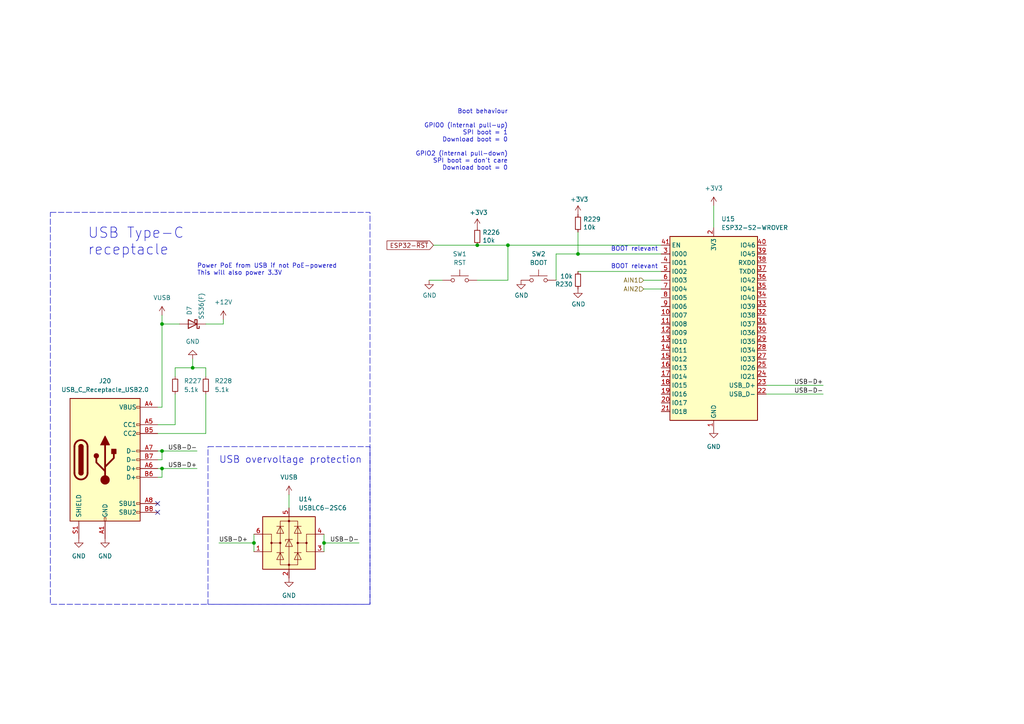
<source format=kicad_sch>
(kicad_sch (version 20230121) (generator eeschema)
  (paper "A4")
  (lib_symbols
    (symbol "AllConnectBaseboard:VUSB" (power) (pin_names (offset 0))
      (property "Value" "VUSB" (at 0 2.54 0))
      (symbol "VUSB_0_0"
        (pin power_in line (at 0 0 90) (length 0) hide (name "VUSB") (number "1"))
      )
      (symbol "VUSB_0_1"
        (polyline (pts (xy -0.762 1.27) (xy 0 2.54)))
        (polyline (pts (xy 0 0) (xy 0 2.54)))
        (polyline (pts (xy 0 2.54) (xy 0.762 1.27)))
      )
    )
    (symbol "Connector:USB_C_Receptacle_USB2.0" (pin_names (offset 1.016))
      (property "Reference" "J" (at -10.16 19.05 0))
      (property "Value" "USB_C_Receptacle_USB2.0" (at 19.05 19.05 0))
      (symbol "USB_C_Receptacle_USB2.0_0_0"
        (rectangle (start -0.254 -17.78) (end 0.254 -16.764))
        (rectangle (start 10.16 -14.986) (end 9.144 -15.494))
        (rectangle (start 10.16 -12.446) (end 9.144 -12.954))
        (rectangle (start 10.16 -4.826) (end 9.144 -5.334))
        (rectangle (start 10.16 -2.286) (end 9.144 -2.794))
        (rectangle (start 10.16 0.254) (end 9.144 -0.254))
        (rectangle (start 10.16 2.794) (end 9.144 2.286))
        (rectangle (start 10.16 7.874) (end 9.144 7.366))
        (rectangle (start 10.16 10.414) (end 9.144 9.906))
        (rectangle (start 10.16 15.494) (end 9.144 14.986))
      )
      (symbol "USB_C_Receptacle_USB2.0_0_1"
        (rectangle (start -10.16 17.78) (end 10.16 -17.78) (stroke (width 0.254)) (fill (type background)))
        (arc (start -8.89 -3.81) (mid -6.985 -5.7067) (end -5.08 -3.81) (stroke (width 0.508)))
        (arc (start -7.62 -3.81) (mid -6.985 -4.4423) (end -6.35 -3.81) (stroke (width 0.254)))
        (arc (start -7.62 -3.81) (mid -6.985 -4.4423) (end -6.35 -3.81) (stroke (width 0.254)) (fill (type outline)))
        (rectangle (start -7.62 -3.81) (end -6.35 3.81) (stroke (width 0.254)) (fill (type outline)))
        (arc (start -6.35 3.81) (mid -6.985 4.4423) (end -7.62 3.81) (stroke (width 0.254)))
        (arc (start -6.35 3.81) (mid -6.985 4.4423) (end -7.62 3.81) (stroke (width 0.254)) (fill (type outline)))
        (arc (start -5.08 3.81) (mid -6.985 5.7067) (end -8.89 3.81) (stroke (width 0.508)))
        (circle (center -2.54 1.143) (radius 0.635) (stroke (width 0.254)) (fill (type outline)))
        (circle (center 0 -5.842) (radius 1.27) (fill (type outline)))
        (polyline (pts (xy -8.89 -3.81) (xy -8.89 3.81)) (stroke (width 0.508)))
        (polyline (pts (xy -5.08 3.81) (xy -5.08 -3.81)) (stroke (width 0.508)))
        (polyline (pts (xy 0 -5.842) (xy 0 4.318)) (stroke (width 0.508)))
        (polyline (pts (xy 0 -3.302) (xy -2.54 -0.762) (xy -2.54 0.508)) (stroke (width 0.508)))
        (polyline (pts (xy 0 -2.032) (xy 2.54 0.508) (xy 2.54 1.778)) (stroke (width 0.508)))
        (polyline (pts (xy -1.27 4.318) (xy 0 6.858) (xy 1.27 4.318) (xy -1.27 4.318)) (stroke (width 0.254)) (fill (type outline)))
        (rectangle (start 1.905 1.778) (end 3.175 3.048) (stroke (width 0.254)) (fill (type outline)))
      )
      (symbol "USB_C_Receptacle_USB2.0_1_1"
        (pin passive line (at 0 -22.86 90) (length 5.08) (name "GND") (number "A1"))
        (pin passive line (at 0 -22.86 90) (length 5.08) hide (name "GND") (number "A12"))
        (pin passive line (at 15.24 15.24 180) (length 5.08) (name "VBUS") (number "A4"))
        (pin bidirectional line (at 15.24 10.16 180) (length 5.08) (name "CC1") (number "A5"))
        (pin bidirectional line (at 15.24 -2.54 180) (length 5.08) (name "D+") (number "A6"))
        (pin bidirectional line (at 15.24 2.54 180) (length 5.08) (name "D-") (number "A7"))
        (pin bidirectional line (at 15.24 -12.7 180) (length 5.08) (name "SBU1") (number "A8"))
        (pin passive line (at 15.24 15.24 180) (length 5.08) hide (name "VBUS") (number "A9"))
        (pin passive line (at 0 -22.86 90) (length 5.08) hide (name "GND") (number "B1"))
        (pin passive line (at 0 -22.86 90) (length 5.08) hide (name "GND") (number "B12"))
        (pin passive line (at 15.24 15.24 180) (length 5.08) hide (name "VBUS") (number "B4"))
        (pin bidirectional line (at 15.24 7.62 180) (length 5.08) (name "CC2") (number "B5"))
        (pin bidirectional line (at 15.24 -5.08 180) (length 5.08) (name "D+") (number "B6"))
        (pin bidirectional line (at 15.24 0 180) (length 5.08) (name "D-") (number "B7"))
        (pin bidirectional line (at 15.24 -15.24 180) (length 5.08) (name "SBU2") (number "B8"))
        (pin passive line (at 15.24 15.24 180) (length 5.08) hide (name "VBUS") (number "B9"))
        (pin passive line (at -7.62 -22.86 90) (length 5.08) (name "SHIELD") (number "S1"))
      )
    )
    (symbol "Device:D_Schottky" (pin_numbers hide) (pin_names (offset 1.016) hide)
      (property "Reference" "D" (at 0 2.54 0))
      (property "Value" "D_Schottky" (at 0 -2.54 0))
      (symbol "D_Schottky_0_1"
        (polyline (pts (xy 1.27 0) (xy -1.27 0)))
        (polyline (pts (xy 1.27 1.27) (xy 1.27 -1.27) (xy -1.27 0) (xy 1.27 1.27)) (stroke (width 0.254)))
        (polyline (pts (xy -1.905 0.635) (xy -1.905 1.27) (xy -1.27 1.27) (xy -1.27 -1.27) (xy -0.635 -1.27) (xy -0.635 -0.635)) (stroke (width 0.254)))
      )
      (symbol "D_Schottky_1_1"
        (pin passive line (at -3.81 0 0) (length 2.54) (name "K") (number "1"))
        (pin passive line (at 3.81 0 180) (length 2.54) (name "A") (number "2"))
      )
    )
    (symbol "Device:R_Small" (pin_numbers hide) (pin_names (offset 0.254) hide)
      (property "Reference" "R" (at 0.762 0.508 0))
      (property "Value" "R_Small" (at 0.762 -1.016 0))
      (symbol "R_Small_0_1"
        (rectangle (start -0.762 1.778) (end 0.762 -1.778) (stroke (width 0.2032)))
      )
      (symbol "R_Small_1_1"
        (pin passive line (at 0 2.54 270) (length 0.762) (name "~") (number "1"))
        (pin passive line (at 0 -2.54 90) (length 0.762) (name "~") (number "2"))
      )
    )
    (symbol "Power_Protection:USBLC6-2SC6" (pin_names hide)
      (property "Reference" "U" (at 2.54 8.89 0))
      (property "Value" "USBLC6-2SC6" (at 2.54 -8.89 0))
      (symbol "USBLC6-2SC6_0_1"
        (rectangle (start -7.62 -7.62) (end 7.62 7.62) (stroke (width 0.254)) (fill (type background)))
        (circle (center -5.08 0) (radius 0.254) (fill (type outline)))
        (circle (center -2.54 0) (radius 0.254) (fill (type outline)))
        (rectangle (start -2.54 6.35) (end 2.54 -6.35))
        (circle (center 0 -6.35) (radius 0.254) (fill (type outline)))
        (polyline (pts (xy -5.08 -2.54) (xy -7.62 -2.54)))
        (polyline (pts (xy -5.08 0) (xy -5.08 -2.54)))
        (polyline (pts (xy -5.08 2.54) (xy -7.62 2.54)))
        (polyline (pts (xy -1.524 -2.794) (xy -3.556 -2.794)))
        (polyline (pts (xy -1.524 4.826) (xy -3.556 4.826)))
        (polyline (pts (xy 0 -7.62) (xy 0 -6.35)))
        (polyline (pts (xy 0 -6.35) (xy 0 1.27)))
        (polyline (pts (xy 0 1.27) (xy 0 6.35)))
        (polyline (pts (xy 0 6.35) (xy 0 7.62)))
        (polyline (pts (xy 1.524 -2.794) (xy 3.556 -2.794)))
        (polyline (pts (xy 1.524 4.826) (xy 3.556 4.826)))
        (polyline (pts (xy 5.08 -2.54) (xy 7.62 -2.54)))
        (polyline (pts (xy 5.08 0) (xy 5.08 -2.54)))
        (polyline (pts (xy 5.08 2.54) (xy 7.62 2.54)))
        (polyline (pts (xy -2.54 0) (xy -5.08 0) (xy -5.08 2.54)))
        (polyline (pts (xy 2.54 0) (xy 5.08 0) (xy 5.08 2.54)))
        (polyline (pts (xy -3.556 -4.826) (xy -1.524 -4.826) (xy -2.54 -2.794) (xy -3.556 -4.826)))
        (polyline (pts (xy -3.556 2.794) (xy -1.524 2.794) (xy -2.54 4.826) (xy -3.556 2.794)))
        (polyline (pts (xy -1.016 -1.016) (xy 1.016 -1.016) (xy 0 1.016) (xy -1.016 -1.016)))
        (polyline (pts (xy 1.016 1.016) (xy 0.762 1.016) (xy -1.016 1.016) (xy -1.016 0.508)))
        (polyline (pts (xy 3.556 -4.826) (xy 1.524 -4.826) (xy 2.54 -2.794) (xy 3.556 -4.826)))
        (polyline (pts (xy 3.556 2.794) (xy 1.524 2.794) (xy 2.54 4.826) (xy 3.556 2.794)))
        (circle (center 0 6.35) (radius 0.254) (fill (type outline)))
        (circle (center 2.54 0) (radius 0.254) (fill (type outline)))
        (circle (center 5.08 0) (radius 0.254) (fill (type outline)))
      )
      (symbol "USBLC6-2SC6_1_1"
        (pin passive line (at -10.16 -2.54 0) (length 2.54) (name "I/O1") (number "1"))
        (pin passive line (at 0 -10.16 90) (length 2.54) (name "GND") (number "2"))
        (pin passive line (at 10.16 -2.54 180) (length 2.54) (name "I/O2") (number "3"))
        (pin passive line (at 10.16 2.54 180) (length 2.54) (name "I/O2") (number "4"))
        (pin passive line (at 0 10.16 270) (length 2.54) (name "VBUS") (number "5"))
        (pin passive line (at -10.16 2.54 0) (length 2.54) (name "I/O1") (number "6"))
      )
    )
    (symbol "RF_Module:ESP32-S2-WROVER"
      (property "Reference" "U" (at -12.7 29.21 0))
      (property "Value" "ESP32-S2-WROVER" (at 2.54 29.21 0))
      (symbol "ESP32-S2-WROVER_0_1"
        (rectangle (start -12.7 27.94) (end 12.7 -25.4) (stroke (width 0.254)) (fill (type background)))
      )
      (symbol "ESP32-S2-WROVER_1_1"
        (pin power_in line (at 0 -27.94 90) (length 2.54) (name "GND") (number "1"))
        (pin bidirectional line (at -15.24 5.08 0) (length 2.54) (name "IO07") (number "10"))
        (pin bidirectional line (at -15.24 2.54 0) (length 2.54) (name "IO08") (number "11"))
        (pin bidirectional line (at -15.24 0 0) (length 2.54) (name "IO09") (number "12"))
        (pin bidirectional line (at -15.24 -2.54 0) (length 2.54) (name "IO10") (number "13"))
        (pin bidirectional line (at -15.24 -5.08 0) (length 2.54) (name "IO11") (number "14"))
        (pin bidirectional line (at -15.24 -7.62 0) (length 2.54) (name "IO12") (number "15"))
        (pin bidirectional line (at -15.24 -10.16 0) (length 2.54) (name "IO13") (number "16"))
        (pin bidirectional line (at -15.24 -12.7 0) (length 2.54) (name "IO14") (number "17"))
        (pin bidirectional line (at -15.24 -15.24 0) (length 2.54) (name "IO15") (number "18"))
        (pin bidirectional line (at -15.24 -17.78 0) (length 2.54) (name "IO16") (number "19"))
        (pin power_in line (at 0 30.48 270) (length 2.54) (name "3V3") (number "2"))
        (pin bidirectional line (at -15.24 -20.32 0) (length 2.54) (name "IO17") (number "20"))
        (pin bidirectional line (at -15.24 -22.86 0) (length 2.54) (name "IO18") (number "21"))
        (pin bidirectional line (at 15.24 -17.78 180) (length 2.54) (name "USB_D-") (number "22"))
        (pin bidirectional line (at 15.24 -15.24 180) (length 2.54) (name "USB_D+") (number "23"))
        (pin bidirectional line (at 15.24 -12.7 180) (length 2.54) (name "IO21") (number "24"))
        (pin bidirectional line (at 15.24 -10.16 180) (length 2.54) (name "IO26") (number "25"))
        (pin passive line (at 0 -27.94 90) (length 2.54) hide (name "GND") (number "26"))
        (pin bidirectional line (at 15.24 -7.62 180) (length 2.54) (name "IO33") (number "27"))
        (pin bidirectional line (at 15.24 -5.08 180) (length 2.54) (name "IO34") (number "28"))
        (pin bidirectional line (at 15.24 -2.54 180) (length 2.54) (name "IO35") (number "29"))
        (pin bidirectional line (at -15.24 22.86 0) (length 2.54) (name "IO00") (number "3"))
        (pin bidirectional line (at 15.24 0 180) (length 2.54) (name "IO36") (number "30"))
        (pin bidirectional line (at 15.24 2.54 180) (length 2.54) (name "IO37") (number "31"))
        (pin bidirectional line (at 15.24 5.08 180) (length 2.54) (name "IO38") (number "32"))
        (pin bidirectional line (at 15.24 7.62 180) (length 2.54) (name "IO39") (number "33"))
        (pin bidirectional line (at 15.24 10.16 180) (length 2.54) (name "IO40") (number "34"))
        (pin bidirectional line (at 15.24 12.7 180) (length 2.54) (name "IO41") (number "35"))
        (pin bidirectional line (at 15.24 15.24 180) (length 2.54) (name "IO42") (number "36"))
        (pin bidirectional line (at 15.24 17.78 180) (length 2.54) (name "TXD0") (number "37"))
        (pin bidirectional line (at 15.24 20.32 180) (length 2.54) (name "RXD0") (number "38"))
        (pin bidirectional line (at 15.24 22.86 180) (length 2.54) (name "IO45") (number "39"))
        (pin bidirectional line (at -15.24 20.32 0) (length 2.54) (name "IO01") (number "4"))
        (pin input line (at 15.24 25.4 180) (length 2.54) (name "IO46") (number "40"))
        (pin input line (at -15.24 25.4 0) (length 2.54) (name "EN") (number "41"))
        (pin passive line (at 0 -27.94 90) (length 2.54) hide (name "GND") (number "42"))
        (pin passive line (at 0 -27.94 90) (length 2.54) hide (name "GND") (number "43"))
        (pin bidirectional line (at -15.24 17.78 0) (length 2.54) (name "IO02") (number "5"))
        (pin bidirectional line (at -15.24 15.24 0) (length 2.54) (name "IO03") (number "6"))
        (pin bidirectional line (at -15.24 12.7 0) (length 2.54) (name "IO04") (number "7"))
        (pin bidirectional line (at -15.24 10.16 0) (length 2.54) (name "IO05") (number "8"))
        (pin bidirectional line (at -15.24 7.62 0) (length 2.54) (name "IO06") (number "9"))
      )
    )
    (symbol "Switch:SW_Push" (pin_numbers hide) (pin_names (offset 1.016) hide)
      (property "Reference" "SW" (at 1.27 2.54 0))
      (property "Value" "SW_Push" (at 0 -1.524 0))
      (symbol "SW_Push_0_1"
        (circle (center -2.032 0) (radius 0.508))
        (polyline (pts (xy 0 1.27) (xy 0 3.048)))
        (polyline (pts (xy 2.54 1.27) (xy -2.54 1.27)))
        (circle (center 2.032 0) (radius 0.508))
        (pin passive line (at -5.08 0 0) (length 2.54) (name "1") (number "1"))
        (pin passive line (at 5.08 0 180) (length 2.54) (name "2") (number "2"))
      )
    )
    (symbol "power:+12V" (power) (pin_names (offset 0))
      (property "Value" "+12V" (at 0 3.556 0))
      (symbol "+12V_0_1"
        (polyline (pts (xy -0.762 1.27) (xy 0 2.54)))
        (polyline (pts (xy 0 0) (xy 0 2.54)))
        (polyline (pts (xy 0 2.54) (xy 0.762 1.27)))
      )
      (symbol "+12V_1_1"
        (pin power_in line (at 0 0 90) (length 0) hide (name "+12V") (number "1"))
      )
    )
    (symbol "power:+3V3" (power) (pin_names (offset 0))
      (property "Value" "+3V3" (at 0 3.556 0))
      (symbol "+3V3_0_1"
        (polyline (pts (xy -0.762 1.27) (xy 0 2.54)))
        (polyline (pts (xy 0 0) (xy 0 2.54)))
        (polyline (pts (xy 0 2.54) (xy 0.762 1.27)))
      )
      (symbol "+3V3_1_1"
        (pin power_in line (at 0 0 90) (length 0) hide (name "+3V3") (number "1"))
      )
    )
    (symbol "power:GND" (power) (pin_names (offset 0))
      (property "Value" "GND" (at 0 -3.81 0))
      (symbol "GND_0_1"
        (polyline (pts (xy 0 0) (xy 0 -1.27) (xy 1.27 -1.27) (xy 0 -2.54) (xy -1.27 -1.27) (xy 0 -1.27)))
      )
      (symbol "GND_1_1"
        (pin power_in line (at 0 0 270) (length 0) hide (name "GND") (number "1"))
      )
    )
  )
  (junction (at 55.88 106.68))
  (junction (at 147.32 71.12))
  (junction (at 46.99 93.98))
  (junction (at 46.99 130.81))
  (junction (at 93.98 157.48))
  (junction (at 73.66 157.48))
  (junction (at 46.99 135.89))
  (junction (at 138.43 71.12))
  (junction (at 167.64 73.66))
  (no_connect (at 45.72 146.05))
  (no_connect (at 45.72 148.59))
  (wire (pts (xy 64.77 92.71) (xy 64.77 93.98)))
  (wire (pts (xy 46.99 91.44) (xy 46.99 93.98)))
  (wire (pts (xy 55.88 106.68) (xy 50.8 106.68)))
  (wire (pts (xy 55.88 104.14) (xy 55.88 106.68)))
  (wire (pts (xy 222.25 111.76) (xy 238.76 111.76)))
  (wire (pts (xy 191.77 73.66) (xy 167.64 73.66)))
  (wire (pts (xy 124.46 81.28) (xy 128.27 81.28)))
  (wire (pts (xy 191.77 78.74) (xy 167.64 78.74)))
  (wire (pts (xy 63.5 157.48) (xy 73.66 157.48)))
  (wire (pts (xy 45.72 130.81) (xy 46.99 130.81)))
  (wire (pts (xy 57.15 135.89) (xy 46.99 135.89)))
  (wire (pts (xy 222.25 114.3) (xy 238.76 114.3)))
  (wire (pts (xy 55.88 106.68) (xy 59.69 106.68)))
  (wire (pts (xy 147.32 81.28) (xy 147.32 71.12)))
  (wire (pts (xy 59.69 106.68) (xy 59.69 109.22)))
  (wire (pts (xy 50.8 123.19) (xy 45.72 123.19)))
  (wire (pts (xy 161.29 73.66) (xy 161.29 81.28)))
  (wire (pts (xy 186.69 81.28) (xy 191.77 81.28)))
  (wire (pts (xy 59.69 125.73) (xy 59.69 114.3)))
  (wire (pts (xy 93.98 157.48) (xy 104.14 157.48)))
  (wire (pts (xy 64.77 93.98) (xy 59.69 93.98)))
  (wire (pts (xy 45.72 133.35) (xy 46.99 133.35)))
  (wire (pts (xy 73.66 154.94) (xy 73.66 157.48)))
  (wire (pts (xy 45.72 138.43) (xy 46.99 138.43)))
  (wire (pts (xy 45.72 125.73) (xy 59.69 125.73)))
  (wire (pts (xy 147.32 71.12) (xy 191.77 71.12)))
  (wire (pts (xy 46.99 135.89) (xy 45.72 135.89)))
  (wire (pts (xy 93.98 154.94) (xy 93.98 157.48)))
  (wire (pts (xy 46.99 138.43) (xy 46.99 135.89)))
  (wire (pts (xy 167.64 73.66) (xy 161.29 73.66)))
  (wire (pts (xy 46.99 93.98) (xy 46.99 118.11)))
  (wire (pts (xy 186.69 83.82) (xy 191.77 83.82)))
  (wire (pts (xy 83.82 143.51) (xy 83.82 147.32)))
  (wire (pts (xy 46.99 118.11) (xy 45.72 118.11)))
  (wire (pts (xy 93.98 157.48) (xy 93.98 160.02)))
  (wire (pts (xy 167.64 67.31) (xy 167.64 73.66)))
  (wire (pts (xy 46.99 93.98) (xy 52.07 93.98)))
  (wire (pts (xy 138.43 81.28) (xy 147.32 81.28)))
  (wire (pts (xy 207.01 59.69) (xy 207.01 66.04)))
  (wire (pts (xy 50.8 114.3) (xy 50.8 123.19)))
  (wire (pts (xy 138.43 71.12) (xy 147.32 71.12)))
  (wire (pts (xy 46.99 130.81) (xy 57.15 130.81)))
  (wire (pts (xy 125.73 71.12) (xy 138.43 71.12)))
  (wire (pts (xy 73.66 157.48) (xy 73.66 160.02)))
  (wire (pts (xy 50.8 106.68) (xy 50.8 109.22)))
  (wire (pts (xy 46.99 133.35) (xy 46.99 130.81)))
  (rectangle (start 14.605 61.595) (end 107.315 175.26) (stroke (width 0) (type dash)))
  (rectangle (start 60.325 129.54) (end 107.315 175.26) (stroke (width 0) (type dash)))
  (text "BOOT relevant" (at 177.165 78.105 0) (effects (font (size 1.27 1.27)) (justify left bottom)))
  (text "USB Type-C\nreceptacle" (at 25.4 74.295 0) (effects (font (size 3 3)) (justify left bottom)))
  (text "BOOT relevant" (at 177.165 73.025 0) (effects (font (size 1.27 1.27)) (justify left bottom)))
  (text "Power PoE from USB if not PoE-powered\nThis will also power 3.3V" (at 57.15 80.01 0) (effects (font (size 1.27 1.27)) (justify left bottom)))
  (text "USB overvoltage protection" (at 63.5 134.62 0) (effects (font (size 2 2)) (justify left bottom)))
  (text "Boot behaviour\n\nGPIO0 (internal pull-up)\nSPI boot = 1\nDownload boot = 0\n\nGPIO2 (internal pull-down)\nSPI boot = don't care\nDownload boot = 0" (at 147.32 49.53 0) (effects (font (size 1.27 1.27)) (justify right bottom)))
  (label "USB-D+" (at 238.76 111.76 180))
  (label "USB-D+" (at 63.5 157.48 0))
  (label "USB-D-" (at 57.15 130.81 180))
  (label "USB-D-" (at 104.14 157.48 180))
  (label "USB-D+" (at 57.15 135.89 180))
  (label "USB-D-" (at 238.76 114.3 180))
  (global_label "ESP32-~{RST}" (shape input) (at 125.73 71.12 180) (property "Intersheetrefs" "${INTERSHEET_REFS}" (effects hide)) (property "Referenzen zwischen Schaltplänen" "${INTERSHEET_REFS}" (effects hide)))
  (hierarchical_label "AIN2" (shape input) (at 186.69 83.82 180))
  (hierarchical_label "AIN1" (shape input) (at 186.69 81.28 180))
  (symbol (lib_id "power:GND") (at 55.88 104.14 180) (unit 1)
    (property "Reference" "#PWR065" (effects hide))
    (property "Value" "GND" (at 55.88 99.06 0))
    (instances (project "OpenPowerDistribution" (path "" (reference "#PWR0270") (unit 1))))
  )
  (symbol (lib_id "Device:R_Small") (at 167.64 64.77 0) (unit 1)
    (property "Reference" "R19" (at 169.1386 63.6016 0) (effects (justify left)))
    (property "Value" "10k" (at 169.1386 65.913 0) (effects (justify left)))
    (property "Footprint" "Resistor_SMD:R_0603_1608Metric" (effects hide))
    (instances (project "OpenPowerDistribution" (path "" (reference "R229") (unit 1))))
  )
  (symbol (lib_id "Connector:USB_C_Receptacle_USB2.0") (at 30.48 133.35 0) (unit 1)
    (property "Reference" "J2" (at 30.48 110.49 0))
    (property "Value" "USB_C_Receptacle_USB2.0" (at 30.48 113.03 0))
    (property "Footprint" "Connector_USB:USB_C_Receptacle_HCTL_HC-TYPE-C-16P-01A" (effects hide))
    (property "Datasheet" "https://www.usb.org/sites/default/files/documents/usb_type-c.zip" (effects hide))
    (instances (project "OpenPowerDistribution" (path "" (reference "J20") (unit 1))))
  )
  (symbol (lib_id "power:GND") (at 124.46 81.28 0) (unit 1)
    (property "Reference" "#PWR069" (effects hide))
    (property "Value" "GND" (at 124.587 85.6742 0))
    (instances (project "OpenPowerDistribution" (path "" (reference "#PWR0265") (unit 1))))
  )
  (symbol (lib_id "Device:R_Small") (at 138.43 68.58 0) (unit 1)
    (property "Reference" "R19" (at 139.9286 67.4116 0) (effects (justify left)))
    (property "Value" "10k" (at 139.9286 69.723 0) (effects (justify left)))
    (property "Footprint" "Resistor_SMD:R_0603_1608Metric" (effects hide))
    (instances (project "OpenPowerDistribution" (path "" (reference "R226") (unit 1))))
  )
  (symbol (lib_id "power:+12V") (at 64.77 92.71 0) (unit 1)
    (property "Reference" "#PWR0273" (effects hide))
    (property "Value" "+12V" (at 64.77 87.63 0))
  )
  (symbol (lib_id "power:GND") (at 167.64 83.82 0) (unit 1)
    (property "Reference" "#PWR069" (effects hide))
    (property "Value" "GND" (at 167.767 88.2142 0))
    (instances (project "OpenPowerDistribution" (path "" (reference "#PWR0278") (unit 1))))
  )
  (symbol (lib_id "Device:D_Schottky") (at 55.88 93.98 180) (unit 1)
    (property "Reference" "D7" (at 54.9275 91.44 90) (effects (justify right)))
    (property "Value" "SS36(F)" (at 58.42 92.71 90) (effects (justify right)))
    (property "Footprint" "Diode_SMD:D_SMA" (effects hide))
    (property "LCSC Part#" "C5365352" (effects hide))
    (instances (project "OpenPowerDistribution" (path "" (reference "D7") (unit 1)) (path "" (reference "D4") (unit 1)) (path "" (reference "D15") (unit 1)) (path "" (reference "D23") (unit 1)) (path "" (reference "D55") (unit 1)) (path "" (reference "D31") (unit 1)) (path "" (reference "D39") (unit 1)) (path "" (reference "D47") (unit 1)) (path "" (reference "D63") (unit 1)) (path "" (reference "D89") (unit 1)) (path "" (reference "D95") (unit 1))))
  )
  (symbol (lib_id "Power_Protection:USBLC6-2SC6") (at 83.82 157.48 0) (unit 1)
    (property "Reference" "U8" (at 86.5887 144.78 0) (effects (justify left)))
    (property "Value" "USBLC6-2SC6" (at 86.5887 147.32 0) (effects (justify left)))
    (property "Footprint" "Package_TO_SOT_SMD:SOT-23-6" (effects hide))
    (property "Datasheet" "https://www.st.com/resource/en/datasheet/usblc6-2.pdf" (effects hide))
    (instances (project "OpenPowerDistribution" (path "" (reference "U14") (unit 1))))
  )
  (symbol (lib_id "power:+3V3") (at 167.64 62.23 0) (unit 1)
    (property "Reference" "#PWR070" (effects hide))
    (property "Value" "+3V3" (at 168.021 57.8358 0))
    (instances (project "OpenPowerDistribution" (path "" (reference "#PWR0277") (unit 1))))
  )
  (symbol (lib_id "Device:R_Small") (at 167.64 81.28 180) (unit 1)
    (property "Reference" "R19" (at 166.1414 82.4484 0) (effects (justify left)))
    (property "Value" "10k" (at 166.1414 80.137 0) (effects (justify left)))
    (property "Footprint" "Resistor_SMD:R_0603_1608Metric" (effects hide))
    (instances (project "OpenPowerDistribution" (path "" (reference "R230") (unit 1))))
  )
  (symbol (lib_id "power:GND") (at 22.86 156.21 0) (unit 1)
    (property "Reference" "#PWR062" (effects hide))
    (property "Value" "GND" (at 22.86 161.29 0))
    (instances (project "OpenPowerDistribution" (path "" (reference "#PWR0267") (unit 1))))
  )
  (symbol (lib_id "Device:R_Small") (at 50.8 111.76 0) (unit 1)
    (property "Reference" "R20" (at 53.34 110.49 0) (effects (justify left)))
    (property "Value" "5.1k" (at 53.34 113.0299 0) (effects (justify left)))
    (property "Footprint" "Resistor_SMD:R_0603_1608Metric" (effects hide))
    (instances (project "OpenPowerDistribution" (path "" (reference "R227") (unit 1))))
  )
  (symbol (lib_id "power:GND") (at 83.82 167.64 0) (unit 1)
    (property "Reference" "#PWR067" (effects hide))
    (property "Value" "GND" (at 83.82 172.72 0))
    (instances (project "OpenPowerDistribution" (path "" (reference "#PWR0272") (unit 1))))
  )
  (symbol (lib_id "AllConnectBaseboard:VUSB") (at 46.99 91.44 0) (unit 1)
    (property "Reference" "#PWR064" (effects hide))
    (property "Value" "VUSB" (at 46.99 86.36 0))
    (instances (project "OpenPowerDistribution" (path "" (reference "#PWR0269") (unit 1))))
  )
  (symbol (lib_id "Switch:SW_Push") (at 156.21 81.28 0) (unit 1)
    (property "Reference" "SW1" (at 156.21 73.66 0))
    (property "Value" "BOOT" (at 156.21 76.2 0))
    (property "Footprint" "Button_Switch_SMD:SW_SPST_TL3342" (effects hide))
    (property "MPN" "TC-0522C-1.6-160G" (effects hide))
    (instances (project "OpenPowerDistribution" (path "" (reference "SW2") (unit 1))))
  )
  (symbol (lib_id "power:+3V3") (at 207.01 59.69 0) (unit 1)
    (property "Reference" "#PWR0220" (effects hide))
    (property "Value" "+3V3" (at 207.01 54.61 0))
  )
  (symbol (lib_id "power:GND") (at 151.13 81.28 0) (unit 1)
    (property "Reference" "#PWR069" (effects hide))
    (property "Value" "GND" (at 151.257 85.6742 0))
    (instances (project "OpenPowerDistribution" (path "" (reference "#PWR0276") (unit 1))))
  )
  (symbol (lib_id "Switch:SW_Push") (at 133.35 81.28 0) (unit 1)
    (property "Reference" "SW1" (at 133.35 73.66 0))
    (property "Value" "RST" (at 133.35 76.2 0))
    (property "Footprint" "Button_Switch_SMD:SW_SPST_TL3342" (effects hide))
    (property "MPN" "TC-0522C-1.6-160G" (effects hide))
  )
  (symbol (lib_id "RF_Module:ESP32-S2-WROVER") (at 207.01 96.52 0) (unit 1)
    (property "Reference" "U15" (at 209.2041 63.5 0) (effects (justify left)))
    (property "Value" "ESP32-S2-WROVER" (at 209.2041 66.04 0) (effects (justify left)))
    (property "Footprint" "RF_Module:ESP32-S2-WROVER" (effects hide))
    (property "Datasheet" "https://www.espressif.com/sites/default/files/documentation/esp32-s2-wroom_esp32-s2-wroom-i_datasheet_en.pdf" (effects hide))
  )
  (symbol (lib_id "power:GND") (at 207.01 124.46 0) (unit 1)
    (property "Reference" "#PWR0221" (effects hide))
    (property "Value" "GND" (at 207.01 129.54 0))
  )
  (symbol (lib_id "Device:R_Small") (at 59.69 111.76 0) (unit 1)
    (property "Reference" "R21" (at 62.23 110.4899 0) (effects (justify left)))
    (property "Value" "5.1k" (at 62.23 113.0299 0) (effects (justify left)))
    (property "Footprint" "Resistor_SMD:R_0603_1608Metric" (effects hide))
    (instances (project "OpenPowerDistribution" (path "" (reference "R228") (unit 1))))
  )
  (symbol (lib_id "power:+3V3") (at 138.43 66.04 0) (unit 1)
    (property "Reference" "#PWR070" (effects hide))
    (property "Value" "+3V3" (at 138.811 61.6458 0))
    (instances (project "OpenPowerDistribution" (path "" (reference "#PWR0266") (unit 1))))
  )
  (symbol (lib_id "power:GND") (at 30.48 156.21 0) (unit 1)
    (property "Reference" "#PWR063" (effects hide))
    (property "Value" "GND" (at 30.48 161.29 0))
    (instances (project "OpenPowerDistribution" (path "" (reference "#PWR0268") (unit 1))))
  )
  (symbol (lib_id "AllConnectBaseboard:VUSB") (at 83.82 143.51 0) (unit 1)
    (property "Reference" "#PWR066" (effects hide))
    (property "Value" "VUSB" (at 83.82 138.43 0))
    (instances (project "OpenPowerDistribution" (path "" (reference "#PWR0271") (unit 1))))
  )
)
</source>
